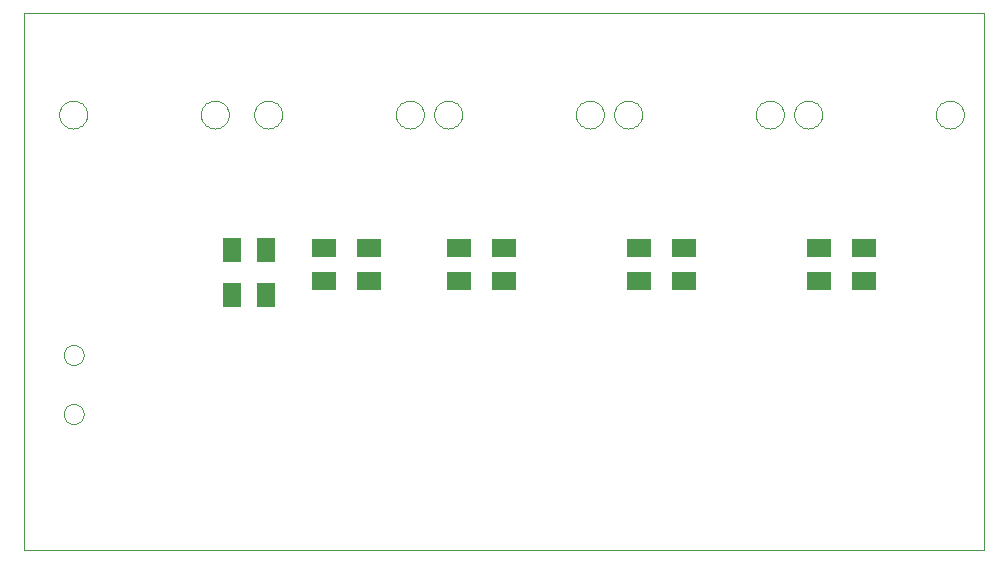
<source format=gbp>
G75*
G70*
%OFA0B0*%
%FSLAX24Y24*%
%IPPOS*%
%LPD*%
%AMOC8*
5,1,8,0,0,1.08239X$1,22.5*
%
%ADD10C,0.0000*%
%ADD11R,0.0787X0.0630*%
%ADD12R,0.0630X0.0787*%
D10*
X000100Y000100D02*
X000100Y017971D01*
X032095Y017971D01*
X032095Y000100D01*
X000100Y000100D01*
X001419Y004616D02*
X001421Y004652D01*
X001427Y004688D01*
X001437Y004723D01*
X001450Y004757D01*
X001467Y004789D01*
X001487Y004819D01*
X001511Y004846D01*
X001537Y004871D01*
X001566Y004893D01*
X001597Y004912D01*
X001630Y004927D01*
X001664Y004939D01*
X001700Y004947D01*
X001736Y004951D01*
X001772Y004951D01*
X001808Y004947D01*
X001844Y004939D01*
X001878Y004927D01*
X001911Y004912D01*
X001942Y004893D01*
X001971Y004871D01*
X001997Y004846D01*
X002021Y004819D01*
X002041Y004789D01*
X002058Y004757D01*
X002071Y004723D01*
X002081Y004688D01*
X002087Y004652D01*
X002089Y004616D01*
X002087Y004580D01*
X002081Y004544D01*
X002071Y004509D01*
X002058Y004475D01*
X002041Y004443D01*
X002021Y004413D01*
X001997Y004386D01*
X001971Y004361D01*
X001942Y004339D01*
X001911Y004320D01*
X001878Y004305D01*
X001844Y004293D01*
X001808Y004285D01*
X001772Y004281D01*
X001736Y004281D01*
X001700Y004285D01*
X001664Y004293D01*
X001630Y004305D01*
X001597Y004320D01*
X001566Y004339D01*
X001537Y004361D01*
X001511Y004386D01*
X001487Y004413D01*
X001467Y004443D01*
X001450Y004475D01*
X001437Y004509D01*
X001427Y004544D01*
X001421Y004580D01*
X001419Y004616D01*
X001419Y006584D02*
X001421Y006620D01*
X001427Y006656D01*
X001437Y006691D01*
X001450Y006725D01*
X001467Y006757D01*
X001487Y006787D01*
X001511Y006814D01*
X001537Y006839D01*
X001566Y006861D01*
X001597Y006880D01*
X001630Y006895D01*
X001664Y006907D01*
X001700Y006915D01*
X001736Y006919D01*
X001772Y006919D01*
X001808Y006915D01*
X001844Y006907D01*
X001878Y006895D01*
X001911Y006880D01*
X001942Y006861D01*
X001971Y006839D01*
X001997Y006814D01*
X002021Y006787D01*
X002041Y006757D01*
X002058Y006725D01*
X002071Y006691D01*
X002081Y006656D01*
X002087Y006620D01*
X002089Y006584D01*
X002087Y006548D01*
X002081Y006512D01*
X002071Y006477D01*
X002058Y006443D01*
X002041Y006411D01*
X002021Y006381D01*
X001997Y006354D01*
X001971Y006329D01*
X001942Y006307D01*
X001911Y006288D01*
X001878Y006273D01*
X001844Y006261D01*
X001808Y006253D01*
X001772Y006249D01*
X001736Y006249D01*
X001700Y006253D01*
X001664Y006261D01*
X001630Y006273D01*
X001597Y006288D01*
X001566Y006307D01*
X001537Y006329D01*
X001511Y006354D01*
X001487Y006381D01*
X001467Y006411D01*
X001450Y006443D01*
X001437Y006477D01*
X001427Y006512D01*
X001421Y006548D01*
X001419Y006584D01*
X001273Y014600D02*
X001275Y014643D01*
X001281Y014685D01*
X001291Y014727D01*
X001304Y014768D01*
X001322Y014807D01*
X001343Y014845D01*
X001367Y014880D01*
X001394Y014913D01*
X001425Y014944D01*
X001458Y014971D01*
X001493Y014995D01*
X001531Y015016D01*
X001570Y015034D01*
X001611Y015047D01*
X001653Y015057D01*
X001695Y015063D01*
X001738Y015065D01*
X001781Y015063D01*
X001823Y015057D01*
X001865Y015047D01*
X001906Y015034D01*
X001945Y015016D01*
X001983Y014995D01*
X002018Y014971D01*
X002051Y014944D01*
X002082Y014913D01*
X002109Y014880D01*
X002133Y014845D01*
X002154Y014807D01*
X002172Y014768D01*
X002185Y014727D01*
X002195Y014685D01*
X002201Y014643D01*
X002203Y014600D01*
X002201Y014557D01*
X002195Y014515D01*
X002185Y014473D01*
X002172Y014432D01*
X002154Y014393D01*
X002133Y014355D01*
X002109Y014320D01*
X002082Y014287D01*
X002051Y014256D01*
X002018Y014229D01*
X001983Y014205D01*
X001945Y014184D01*
X001906Y014166D01*
X001865Y014153D01*
X001823Y014143D01*
X001781Y014137D01*
X001738Y014135D01*
X001695Y014137D01*
X001653Y014143D01*
X001611Y014153D01*
X001570Y014166D01*
X001531Y014184D01*
X001493Y014205D01*
X001458Y014229D01*
X001425Y014256D01*
X001394Y014287D01*
X001367Y014320D01*
X001343Y014355D01*
X001322Y014393D01*
X001304Y014432D01*
X001291Y014473D01*
X001281Y014515D01*
X001275Y014557D01*
X001273Y014600D01*
X005997Y014600D02*
X005999Y014643D01*
X006005Y014685D01*
X006015Y014727D01*
X006028Y014768D01*
X006046Y014807D01*
X006067Y014845D01*
X006091Y014880D01*
X006118Y014913D01*
X006149Y014944D01*
X006182Y014971D01*
X006217Y014995D01*
X006255Y015016D01*
X006294Y015034D01*
X006335Y015047D01*
X006377Y015057D01*
X006419Y015063D01*
X006462Y015065D01*
X006505Y015063D01*
X006547Y015057D01*
X006589Y015047D01*
X006630Y015034D01*
X006669Y015016D01*
X006707Y014995D01*
X006742Y014971D01*
X006775Y014944D01*
X006806Y014913D01*
X006833Y014880D01*
X006857Y014845D01*
X006878Y014807D01*
X006896Y014768D01*
X006909Y014727D01*
X006919Y014685D01*
X006925Y014643D01*
X006927Y014600D01*
X006925Y014557D01*
X006919Y014515D01*
X006909Y014473D01*
X006896Y014432D01*
X006878Y014393D01*
X006857Y014355D01*
X006833Y014320D01*
X006806Y014287D01*
X006775Y014256D01*
X006742Y014229D01*
X006707Y014205D01*
X006669Y014184D01*
X006630Y014166D01*
X006589Y014153D01*
X006547Y014143D01*
X006505Y014137D01*
X006462Y014135D01*
X006419Y014137D01*
X006377Y014143D01*
X006335Y014153D01*
X006294Y014166D01*
X006255Y014184D01*
X006217Y014205D01*
X006182Y014229D01*
X006149Y014256D01*
X006118Y014287D01*
X006091Y014320D01*
X006067Y014355D01*
X006046Y014393D01*
X006028Y014432D01*
X006015Y014473D01*
X006005Y014515D01*
X005999Y014557D01*
X005997Y014600D01*
X007773Y014600D02*
X007775Y014643D01*
X007781Y014685D01*
X007791Y014727D01*
X007804Y014768D01*
X007822Y014807D01*
X007843Y014845D01*
X007867Y014880D01*
X007894Y014913D01*
X007925Y014944D01*
X007958Y014971D01*
X007993Y014995D01*
X008031Y015016D01*
X008070Y015034D01*
X008111Y015047D01*
X008153Y015057D01*
X008195Y015063D01*
X008238Y015065D01*
X008281Y015063D01*
X008323Y015057D01*
X008365Y015047D01*
X008406Y015034D01*
X008445Y015016D01*
X008483Y014995D01*
X008518Y014971D01*
X008551Y014944D01*
X008582Y014913D01*
X008609Y014880D01*
X008633Y014845D01*
X008654Y014807D01*
X008672Y014768D01*
X008685Y014727D01*
X008695Y014685D01*
X008701Y014643D01*
X008703Y014600D01*
X008701Y014557D01*
X008695Y014515D01*
X008685Y014473D01*
X008672Y014432D01*
X008654Y014393D01*
X008633Y014355D01*
X008609Y014320D01*
X008582Y014287D01*
X008551Y014256D01*
X008518Y014229D01*
X008483Y014205D01*
X008445Y014184D01*
X008406Y014166D01*
X008365Y014153D01*
X008323Y014143D01*
X008281Y014137D01*
X008238Y014135D01*
X008195Y014137D01*
X008153Y014143D01*
X008111Y014153D01*
X008070Y014166D01*
X008031Y014184D01*
X007993Y014205D01*
X007958Y014229D01*
X007925Y014256D01*
X007894Y014287D01*
X007867Y014320D01*
X007843Y014355D01*
X007822Y014393D01*
X007804Y014432D01*
X007791Y014473D01*
X007781Y014515D01*
X007775Y014557D01*
X007773Y014600D01*
X012497Y014600D02*
X012499Y014643D01*
X012505Y014685D01*
X012515Y014727D01*
X012528Y014768D01*
X012546Y014807D01*
X012567Y014845D01*
X012591Y014880D01*
X012618Y014913D01*
X012649Y014944D01*
X012682Y014971D01*
X012717Y014995D01*
X012755Y015016D01*
X012794Y015034D01*
X012835Y015047D01*
X012877Y015057D01*
X012919Y015063D01*
X012962Y015065D01*
X013005Y015063D01*
X013047Y015057D01*
X013089Y015047D01*
X013130Y015034D01*
X013169Y015016D01*
X013207Y014995D01*
X013242Y014971D01*
X013275Y014944D01*
X013306Y014913D01*
X013333Y014880D01*
X013357Y014845D01*
X013378Y014807D01*
X013396Y014768D01*
X013409Y014727D01*
X013419Y014685D01*
X013425Y014643D01*
X013427Y014600D01*
X013425Y014557D01*
X013419Y014515D01*
X013409Y014473D01*
X013396Y014432D01*
X013378Y014393D01*
X013357Y014355D01*
X013333Y014320D01*
X013306Y014287D01*
X013275Y014256D01*
X013242Y014229D01*
X013207Y014205D01*
X013169Y014184D01*
X013130Y014166D01*
X013089Y014153D01*
X013047Y014143D01*
X013005Y014137D01*
X012962Y014135D01*
X012919Y014137D01*
X012877Y014143D01*
X012835Y014153D01*
X012794Y014166D01*
X012755Y014184D01*
X012717Y014205D01*
X012682Y014229D01*
X012649Y014256D01*
X012618Y014287D01*
X012591Y014320D01*
X012567Y014355D01*
X012546Y014393D01*
X012528Y014432D01*
X012515Y014473D01*
X012505Y014515D01*
X012499Y014557D01*
X012497Y014600D01*
X013773Y014600D02*
X013775Y014643D01*
X013781Y014685D01*
X013791Y014727D01*
X013804Y014768D01*
X013822Y014807D01*
X013843Y014845D01*
X013867Y014880D01*
X013894Y014913D01*
X013925Y014944D01*
X013958Y014971D01*
X013993Y014995D01*
X014031Y015016D01*
X014070Y015034D01*
X014111Y015047D01*
X014153Y015057D01*
X014195Y015063D01*
X014238Y015065D01*
X014281Y015063D01*
X014323Y015057D01*
X014365Y015047D01*
X014406Y015034D01*
X014445Y015016D01*
X014483Y014995D01*
X014518Y014971D01*
X014551Y014944D01*
X014582Y014913D01*
X014609Y014880D01*
X014633Y014845D01*
X014654Y014807D01*
X014672Y014768D01*
X014685Y014727D01*
X014695Y014685D01*
X014701Y014643D01*
X014703Y014600D01*
X014701Y014557D01*
X014695Y014515D01*
X014685Y014473D01*
X014672Y014432D01*
X014654Y014393D01*
X014633Y014355D01*
X014609Y014320D01*
X014582Y014287D01*
X014551Y014256D01*
X014518Y014229D01*
X014483Y014205D01*
X014445Y014184D01*
X014406Y014166D01*
X014365Y014153D01*
X014323Y014143D01*
X014281Y014137D01*
X014238Y014135D01*
X014195Y014137D01*
X014153Y014143D01*
X014111Y014153D01*
X014070Y014166D01*
X014031Y014184D01*
X013993Y014205D01*
X013958Y014229D01*
X013925Y014256D01*
X013894Y014287D01*
X013867Y014320D01*
X013843Y014355D01*
X013822Y014393D01*
X013804Y014432D01*
X013791Y014473D01*
X013781Y014515D01*
X013775Y014557D01*
X013773Y014600D01*
X018497Y014600D02*
X018499Y014643D01*
X018505Y014685D01*
X018515Y014727D01*
X018528Y014768D01*
X018546Y014807D01*
X018567Y014845D01*
X018591Y014880D01*
X018618Y014913D01*
X018649Y014944D01*
X018682Y014971D01*
X018717Y014995D01*
X018755Y015016D01*
X018794Y015034D01*
X018835Y015047D01*
X018877Y015057D01*
X018919Y015063D01*
X018962Y015065D01*
X019005Y015063D01*
X019047Y015057D01*
X019089Y015047D01*
X019130Y015034D01*
X019169Y015016D01*
X019207Y014995D01*
X019242Y014971D01*
X019275Y014944D01*
X019306Y014913D01*
X019333Y014880D01*
X019357Y014845D01*
X019378Y014807D01*
X019396Y014768D01*
X019409Y014727D01*
X019419Y014685D01*
X019425Y014643D01*
X019427Y014600D01*
X019425Y014557D01*
X019419Y014515D01*
X019409Y014473D01*
X019396Y014432D01*
X019378Y014393D01*
X019357Y014355D01*
X019333Y014320D01*
X019306Y014287D01*
X019275Y014256D01*
X019242Y014229D01*
X019207Y014205D01*
X019169Y014184D01*
X019130Y014166D01*
X019089Y014153D01*
X019047Y014143D01*
X019005Y014137D01*
X018962Y014135D01*
X018919Y014137D01*
X018877Y014143D01*
X018835Y014153D01*
X018794Y014166D01*
X018755Y014184D01*
X018717Y014205D01*
X018682Y014229D01*
X018649Y014256D01*
X018618Y014287D01*
X018591Y014320D01*
X018567Y014355D01*
X018546Y014393D01*
X018528Y014432D01*
X018515Y014473D01*
X018505Y014515D01*
X018499Y014557D01*
X018497Y014600D01*
X019773Y014600D02*
X019775Y014643D01*
X019781Y014685D01*
X019791Y014727D01*
X019804Y014768D01*
X019822Y014807D01*
X019843Y014845D01*
X019867Y014880D01*
X019894Y014913D01*
X019925Y014944D01*
X019958Y014971D01*
X019993Y014995D01*
X020031Y015016D01*
X020070Y015034D01*
X020111Y015047D01*
X020153Y015057D01*
X020195Y015063D01*
X020238Y015065D01*
X020281Y015063D01*
X020323Y015057D01*
X020365Y015047D01*
X020406Y015034D01*
X020445Y015016D01*
X020483Y014995D01*
X020518Y014971D01*
X020551Y014944D01*
X020582Y014913D01*
X020609Y014880D01*
X020633Y014845D01*
X020654Y014807D01*
X020672Y014768D01*
X020685Y014727D01*
X020695Y014685D01*
X020701Y014643D01*
X020703Y014600D01*
X020701Y014557D01*
X020695Y014515D01*
X020685Y014473D01*
X020672Y014432D01*
X020654Y014393D01*
X020633Y014355D01*
X020609Y014320D01*
X020582Y014287D01*
X020551Y014256D01*
X020518Y014229D01*
X020483Y014205D01*
X020445Y014184D01*
X020406Y014166D01*
X020365Y014153D01*
X020323Y014143D01*
X020281Y014137D01*
X020238Y014135D01*
X020195Y014137D01*
X020153Y014143D01*
X020111Y014153D01*
X020070Y014166D01*
X020031Y014184D01*
X019993Y014205D01*
X019958Y014229D01*
X019925Y014256D01*
X019894Y014287D01*
X019867Y014320D01*
X019843Y014355D01*
X019822Y014393D01*
X019804Y014432D01*
X019791Y014473D01*
X019781Y014515D01*
X019775Y014557D01*
X019773Y014600D01*
X024497Y014600D02*
X024499Y014643D01*
X024505Y014685D01*
X024515Y014727D01*
X024528Y014768D01*
X024546Y014807D01*
X024567Y014845D01*
X024591Y014880D01*
X024618Y014913D01*
X024649Y014944D01*
X024682Y014971D01*
X024717Y014995D01*
X024755Y015016D01*
X024794Y015034D01*
X024835Y015047D01*
X024877Y015057D01*
X024919Y015063D01*
X024962Y015065D01*
X025005Y015063D01*
X025047Y015057D01*
X025089Y015047D01*
X025130Y015034D01*
X025169Y015016D01*
X025207Y014995D01*
X025242Y014971D01*
X025275Y014944D01*
X025306Y014913D01*
X025333Y014880D01*
X025357Y014845D01*
X025378Y014807D01*
X025396Y014768D01*
X025409Y014727D01*
X025419Y014685D01*
X025425Y014643D01*
X025427Y014600D01*
X025425Y014557D01*
X025419Y014515D01*
X025409Y014473D01*
X025396Y014432D01*
X025378Y014393D01*
X025357Y014355D01*
X025333Y014320D01*
X025306Y014287D01*
X025275Y014256D01*
X025242Y014229D01*
X025207Y014205D01*
X025169Y014184D01*
X025130Y014166D01*
X025089Y014153D01*
X025047Y014143D01*
X025005Y014137D01*
X024962Y014135D01*
X024919Y014137D01*
X024877Y014143D01*
X024835Y014153D01*
X024794Y014166D01*
X024755Y014184D01*
X024717Y014205D01*
X024682Y014229D01*
X024649Y014256D01*
X024618Y014287D01*
X024591Y014320D01*
X024567Y014355D01*
X024546Y014393D01*
X024528Y014432D01*
X024515Y014473D01*
X024505Y014515D01*
X024499Y014557D01*
X024497Y014600D01*
X025773Y014600D02*
X025775Y014643D01*
X025781Y014685D01*
X025791Y014727D01*
X025804Y014768D01*
X025822Y014807D01*
X025843Y014845D01*
X025867Y014880D01*
X025894Y014913D01*
X025925Y014944D01*
X025958Y014971D01*
X025993Y014995D01*
X026031Y015016D01*
X026070Y015034D01*
X026111Y015047D01*
X026153Y015057D01*
X026195Y015063D01*
X026238Y015065D01*
X026281Y015063D01*
X026323Y015057D01*
X026365Y015047D01*
X026406Y015034D01*
X026445Y015016D01*
X026483Y014995D01*
X026518Y014971D01*
X026551Y014944D01*
X026582Y014913D01*
X026609Y014880D01*
X026633Y014845D01*
X026654Y014807D01*
X026672Y014768D01*
X026685Y014727D01*
X026695Y014685D01*
X026701Y014643D01*
X026703Y014600D01*
X026701Y014557D01*
X026695Y014515D01*
X026685Y014473D01*
X026672Y014432D01*
X026654Y014393D01*
X026633Y014355D01*
X026609Y014320D01*
X026582Y014287D01*
X026551Y014256D01*
X026518Y014229D01*
X026483Y014205D01*
X026445Y014184D01*
X026406Y014166D01*
X026365Y014153D01*
X026323Y014143D01*
X026281Y014137D01*
X026238Y014135D01*
X026195Y014137D01*
X026153Y014143D01*
X026111Y014153D01*
X026070Y014166D01*
X026031Y014184D01*
X025993Y014205D01*
X025958Y014229D01*
X025925Y014256D01*
X025894Y014287D01*
X025867Y014320D01*
X025843Y014355D01*
X025822Y014393D01*
X025804Y014432D01*
X025791Y014473D01*
X025781Y014515D01*
X025775Y014557D01*
X025773Y014600D01*
X030497Y014600D02*
X030499Y014643D01*
X030505Y014685D01*
X030515Y014727D01*
X030528Y014768D01*
X030546Y014807D01*
X030567Y014845D01*
X030591Y014880D01*
X030618Y014913D01*
X030649Y014944D01*
X030682Y014971D01*
X030717Y014995D01*
X030755Y015016D01*
X030794Y015034D01*
X030835Y015047D01*
X030877Y015057D01*
X030919Y015063D01*
X030962Y015065D01*
X031005Y015063D01*
X031047Y015057D01*
X031089Y015047D01*
X031130Y015034D01*
X031169Y015016D01*
X031207Y014995D01*
X031242Y014971D01*
X031275Y014944D01*
X031306Y014913D01*
X031333Y014880D01*
X031357Y014845D01*
X031378Y014807D01*
X031396Y014768D01*
X031409Y014727D01*
X031419Y014685D01*
X031425Y014643D01*
X031427Y014600D01*
X031425Y014557D01*
X031419Y014515D01*
X031409Y014473D01*
X031396Y014432D01*
X031378Y014393D01*
X031357Y014355D01*
X031333Y014320D01*
X031306Y014287D01*
X031275Y014256D01*
X031242Y014229D01*
X031207Y014205D01*
X031169Y014184D01*
X031130Y014166D01*
X031089Y014153D01*
X031047Y014143D01*
X031005Y014137D01*
X030962Y014135D01*
X030919Y014137D01*
X030877Y014143D01*
X030835Y014153D01*
X030794Y014166D01*
X030755Y014184D01*
X030717Y014205D01*
X030682Y014229D01*
X030649Y014256D01*
X030618Y014287D01*
X030591Y014320D01*
X030567Y014355D01*
X030546Y014393D01*
X030528Y014432D01*
X030515Y014473D01*
X030505Y014515D01*
X030499Y014557D01*
X030497Y014600D01*
D11*
X028100Y010151D03*
X026600Y010151D03*
X026600Y009049D03*
X028100Y009049D03*
X022100Y009049D03*
X020600Y009049D03*
X020600Y010151D03*
X022100Y010151D03*
X016100Y010151D03*
X014600Y010151D03*
X014600Y009049D03*
X016100Y009049D03*
X011600Y009049D03*
X010100Y009049D03*
X010100Y010151D03*
X011600Y010151D03*
D12*
X008151Y010100D03*
X007049Y010100D03*
X007049Y008600D03*
X008151Y008600D03*
M02*

</source>
